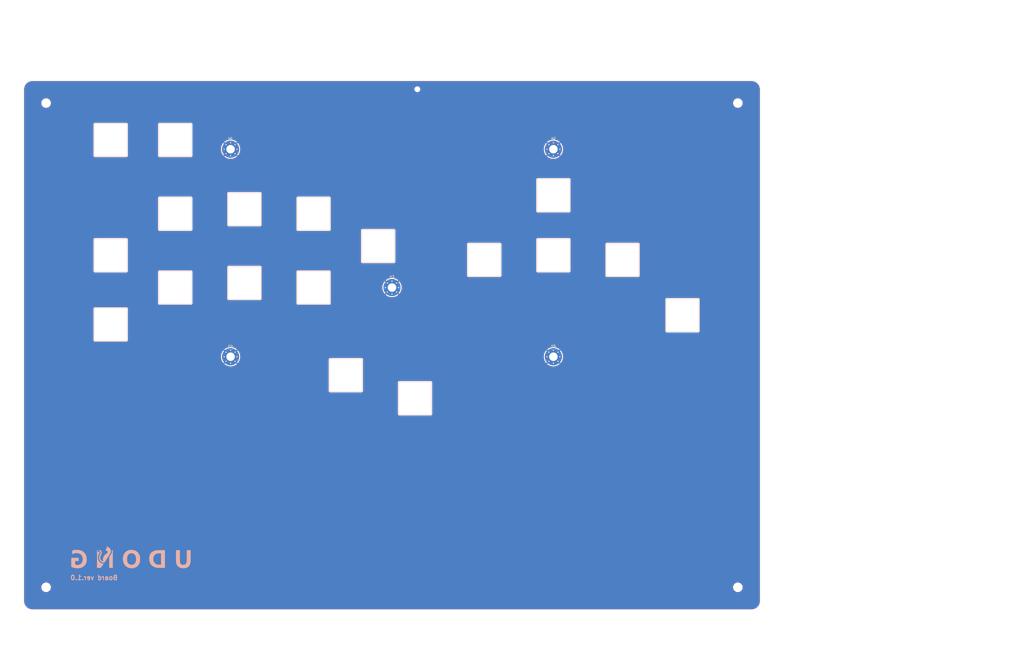
<source format=kicad_pcb>
(kicad_pcb (version 20240108) (generator "pcbnew") (generator_version "8.0")
  (layers (0 "F.Cu" signal) (31 "B.Cu" signal) (34 "B.Paste" user) (35 "F.Paste" user) (36 "B.SilkS" user "B.Silkscreen") (37 "F.SilkS" user "F.Silkscreen") (38 "B.Mask" user) (39 "F.Mask" user) (44 "Edge.Cuts" user))
  (net 0 "")
  (net 1 "GND")
  (footprint "Udong:SK20-keyswitch-rounded-hole" (layer "F.Cu") (at 146 96)
    (property "Reference" "U13" (hide yes))
    (property "Value" "DRV5056A3xQDBZxR")
    (fp_line (start -7 6.8) (end -7 -6.8) (stroke (width 0.05)) (layer "Edge.Cuts"))
    (fp_line (start -6.8 -7) (end 6.800001 -7.000001) (stroke (width 0.05)) (layer "Edge.Cuts"))
    (fp_line (start -6.8 7) (end 6.8 7) (stroke (width 0.05)) (layer "Edge.Cuts"))
    (fp_line (start 7.000001 -6.800001) (end 7 6.8) (stroke (width 0.05)) (layer "Edge.Cuts"))
    (fp_arc (start -7 -6.8) (mid -6.941421 -6.941421) (end -6.8 -7) (stroke (width 0.05)) (layer "Edge.Cuts"))
    (fp_arc (start -6.8 7) (mid -6.941421 6.941421) (end -7 6.8) (stroke (width 0.05)) (layer "Edge.Cuts"))
    (fp_arc (start 6.800001 -7.000001) (mid 6.941422 -6.941422) (end 7.000001 -6.800001) (stroke (width 0.05)) (layer "Edge.Cuts"))
    (fp_arc (start 7 6.8) (mid 6.941421 6.941421) (end 6.8 7) (stroke (width 0.05)) (layer "Edge.Cuts"))
  )
  (footprint "Udong:SK20-keyswitch-rounded-hole" (layer "F.Cu") (at 116 98)
    (property "Reference" "U15" (hide yes))
    (property "Value" "DRV5056A3xQDBZxR")
    (fp_line (start -7 6.8) (end -7 -6.8) (stroke (width 0.05)) (layer "Edge.Cuts"))
    (fp_line (start -6.8 -7) (end 6.800001 -7.000001) (stroke (width 0.05)) (layer "Edge.Cuts"))
    (fp_line (start -6.8 7) (end 6.8 7) (stroke (width 0.05)) (layer "Edge.Cuts"))
    (fp_line (start 7.000001 -6.800001) (end 7 6.8) (stroke (width 0.05)) (layer "Edge.Cuts"))
    (fp_arc (start -7 -6.8) (mid -6.941421 -6.941421) (end -6.8 -7) (stroke (width 0.05)) (layer "Edge.Cuts"))
    (fp_arc (start -6.8 7) (mid -6.941421 6.941421) (end -7 6.8) (stroke (width 0.05)) (layer "Edge.Cuts"))
    (fp_arc (start 6.800001 -7.000001) (mid 6.941422 -6.941422) (end 7.000001 -6.800001) (stroke (width 0.05)) (layer "Edge.Cuts"))
    (fp_arc (start 7 6.8) (mid 6.941421 6.941421) (end 6.8 7) (stroke (width 0.05)) (layer "Edge.Cuts"))
  )
  (footprint "Udong:SK20-keyswitch-rounded-hole" (layer "F.Cu") (at 88 116)
    (property "Reference" "U6" (hide yes))
    (property "Value" "DRV5056A3xQDBZxR")
    (fp_line (start -7 6.8) (end -7 -6.8) (stroke (width 0.05)) (layer "Edge.Cuts"))
    (fp_line (start -6.8 -7) (end 6.800001 -7.000001) (stroke (width 0.05)) (layer "Edge.Cuts"))
    (fp_line (start -6.8 7) (end 6.8 7) (stroke (width 0.05)) (layer "Edge.Cuts"))
    (fp_line (start 7.000001 -6.800001) (end 7 6.8) (stroke (width 0.05)) (layer "Edge.Cuts"))
    (fp_arc (start -7 -6.8) (mid -6.941421 -6.941421) (end -6.8 -7) (stroke (width 0.05)) (layer "Edge.Cuts"))
    (fp_arc (start -6.8 7) (mid -6.941421 6.941421) (end -7 6.8) (stroke (width 0.05)) (layer "Edge.Cuts"))
    (fp_arc (start 6.800001 -7.000001) (mid 6.941422 -6.941422) (end 7.000001 -6.800001) (stroke (width 0.05)) (layer "Edge.Cuts"))
    (fp_arc (start 7 6.8) (mid 6.941421 6.941421) (end 6.8 7) (stroke (width 0.05)) (layer "Edge.Cuts"))
  )
  (footprint "MountingHole:MountingHole_3.7mm_Pad_Via" (layer "F.Cu") (at 140 160)
    (property "Reference" "H4" (at 0 -4.7 0) (layer "F.SilkS"))
    (property "Value" "MountingHole_Pad")
    (pad "1" thru_hole circle (at -2.775 0) (size 0.8 0.8) (drill 0.5) (layers "*.Cu" "*.Mask") (net 1 "GND"))
    (pad "1" thru_hole circle (at -1.962221 -1.962221) (size 0.8 0.8) (drill 0.5) (layers "*.Cu" "*.Mask") (net 1 "GND"))
    (pad "1" thru_hole circle (at -1.962221 1.962221) (size 0.8 0.8) (drill 0.5) (layers "*.Cu" "*.Mask") (net 1 "GND"))
    (pad "1" thru_hole circle (at 0 -2.775) (size 0.8 0.8) (drill 0.5) (layers "*.Cu" "*.Mask") (net 1 "GND"))
    (pad "1" thru_hole circle (at 0 0) (size 7.4 7.4) (drill 3.7) (layers "*.Cu" "*.Mask") (net 1 "GND"))
    (pad "1" thru_hole circle (at 0 2.775) (size 0.8 0.8) (drill 0.5) (layers "*.Cu" "*.Mask") (net 1 "GND"))
    (pad "1" thru_hole circle (at 1.962221 -1.962221) (size 0.8 0.8) (drill 0.5) (layers "*.Cu" "*.Mask") (net 1 "GND"))
    (pad "1" thru_hole circle (at 1.962221 1.962221) (size 0.8 0.8) (drill 0.5) (layers "*.Cu" "*.Mask") (net 1 "GND"))
    (pad "1" thru_hole circle (at 2.775 0) (size 0.8 0.8) (drill 0.5) (layers "*.Cu" "*.Mask") (net 1 "GND"))
  )
  (footprint "MountingHole:MountingHole_3.7mm" (layer "F.Cu") (at 60 50)
    (property "Reference" "REF**")
    (property "Value" "MountingHole_3.7mm")
    (pad "" np_thru_hole circle (at 0 0) (size 3.7 3.7) (drill 3.7) (layers "F&B.Cu" "*.Mask"))
  )
  (footprint "Udong:SK20-keyswitch-rounded-hole" (layer "F.Cu") (at 176 98)
    (property "Reference" "U10" (hide yes))
    (property "Value" "DRV5056A3xQDBZxR")
    (fp_line (start -7 6.8) (end -7 -6.8) (stroke (width 0.05)) (layer "Edge.Cuts"))
    (fp_line (start -6.8 -7) (end 6.800001 -7.000001) (stroke (width 0.05)) (layer "Edge.Cuts"))
    (fp_line (start -6.8 7) (end 6.8 7) (stroke (width 0.05)) (layer "Edge.Cuts"))
    (fp_line (start 7.000001 -6.800001) (end 7 6.8) (stroke (width 0.05)) (layer "Edge.Cuts"))
    (fp_arc (start -7 -6.8) (mid -6.941421 -6.941421) (end -6.8 -7) (stroke (width 0.05)) (layer "Edge.Cuts"))
    (fp_arc (start -6.8 7) (mid -6.941421 6.941421) (end -7 6.8) (stroke (width 0.05)) (layer "Edge.Cuts"))
    (fp_arc (start 6.800001 -7.000001) (mid 6.941422 -6.941422) (end 7.000001 -6.800001) (stroke (width 0.05)) (layer "Edge.Cuts"))
    (fp_arc (start 7 6.8) (mid 6.941421 6.941421) (end 6.8 7) (stroke (width 0.05)) (layer "Edge.Cuts"))
  )
  (footprint "MountingHole:MountingHole_3.7mm" (layer "F.Cu") (at 360 260)
    (property "Reference" "REF**")
    (property "Value" "MountingHole_3.7mm")
    (pad "" np_thru_hole circle (at 0 0) (size 3.7 3.7) (drill 3.7) (layers "*.Cu" "*.Mask"))
  )
  (footprint "Udong:SK20-keyswitch-rounded-hole" (layer "F.Cu") (at 88 146)
    (property "Reference" "U19" (hide yes))
    (property "Value" "DRV5056A3xQDBZxR")
    (fp_line (start -7 6.8) (end -7 -6.8) (stroke (width 0.05)) (layer "Edge.Cuts"))
    (fp_line (start -6.8 -7) (end 6.800001 -7.000001) (stroke (width 0.05)) (layer "Edge.Cuts"))
    (fp_line (start -6.8 7) (end 6.8 7) (stroke (width 0.05)) (layer "Edge.Cuts"))
    (fp_line (start 7.000001 -6.800001) (end 7 6.8) (stroke (width 0.05)) (layer "Edge.Cuts"))
    (fp_arc (start -7 -6.8) (mid -6.941421 -6.941421) (end -6.8 -7) (stroke (width 0.05)) (layer "Edge.Cuts"))
    (fp_arc (start -6.8 7) (mid -6.941421 6.941421) (end -7 6.8) (stroke (width 0.05)) (layer "Edge.Cuts"))
    (fp_arc (start 6.800001 -7.000001) (mid 6.941422 -6.941422) (end 7.000001 -6.800001) (stroke (width 0.05)) (layer "Edge.Cuts"))
    (fp_arc (start 7 6.8) (mid 6.941421 6.941421) (end 6.8 7) (stroke (width 0.05)) (layer "Edge.Cuts"))
  )
  (footprint "Udong:SK20-keyswitch-rounded-hole" (layer "F.Cu") (at 176 130 180)
    (property "Reference" "SW4" (hide yes))
    (property "Value" "SW_Push")
    (fp_line (start 7.000001 -6.800001) (end 7 6.8) (stroke (width 0.05)) (layer "Edge.Cuts"))
    (fp_line (start -6.8 7) (end 6.8 7) (stroke (width 0.05)) (layer "Edge.Cuts"))
    (fp_line (start -6.8 -7) (end 6.800001 -7.000001) (stroke (width 0.05)) (layer "Edge.Cuts"))
    (fp_line (start -7 6.8) (end -7 -6.8) (stroke (width 0.05)) (layer "Edge.Cuts"))
    (fp_arc (start 7 6.8) (mid 6.941421 6.941421) (end 6.8 7) (stroke (width 0.05)) (layer "Edge.Cuts"))
    (fp_arc (start 6.800001 -7.000001) (mid 6.941422 -6.941422) (end 7.000001 -6.800001) (stroke (width 0.05)) (layer "Edge.Cuts"))
    (fp_arc (start -6.8 7) (mid -6.941421 6.941421) (end -7 6.8) (stroke (width 0.05)) (layer "Edge.Cuts"))
    (fp_arc (start -7 -6.8) (mid -6.941421 -6.941421) (end -6.8 -7) (stroke (width 0.05)) (layer "Edge.Cuts"))
  )
  (footprint "Udong:SK20-keyswitch-rounded-hole" (layer "F.Cu") (at 116 130)
    (property "Reference" "U12" (hide yes))
    (property "Value" "DRV5056A3xQDBZxR")
    (fp_line (start -7 6.8) (end -7 -6.8) (stroke (width 0.05)) (layer "Edge.Cuts"))
    (fp_line (start -6.8 -7) (end 6.800001 -7.000001) (stroke (width 0.05)) (layer "Edge.Cuts"))
    (fp_line (start -6.8 7) (end 6.8 7) (stroke (width 0.05)) (layer "Edge.Cuts"))
    (fp_line (start 7.000001 -6.800001) (end 7 6.8) (stroke (width 0.05)) (layer "Edge.Cuts"))
    (fp_arc (start -7 -6.8) (mid -6.941421 -6.941421) (end -6.8 -7) (stroke (width 0.05)) (layer "Edge.Cuts"))
    (fp_arc (start -6.8 7) (mid -6.941421 6.941421) (end -7 6.8) (stroke (width 0.05)) (layer "Edge.Cuts"))
    (fp_arc (start 6.800001 -7.000001) (mid 6.941422 -6.941422) (end 7.000001 -6.800001) (stroke (width 0.05)) (layer "Edge.Cuts"))
    (fp_arc (start 7 6.8) (mid 6.941421 6.941421) (end 6.8 7) (stroke (width 0.05)) (layer "Edge.Cuts"))
  )
  (footprint "Udong:SK20-keyswitch-rounded-hole" (layer "F.Cu") (at 146 128)
    (property "Reference" "U14" (hide yes))
    (property "Value" "DRV5056A3xQDBZxR")
    (fp_line (start -7 6.8) (end -7 -6.8) (stroke (width 0.05)) (layer "Edge.Cuts"))
    (fp_line (start -6.8 -7) (end 6.800001 -7.000001) (stroke (width 0.05)) (layer "Edge.Cuts"))
    (fp_line (start -6.8 7) (end 6.8 7) (stroke (width 0.05)) (layer "Edge.Cuts"))
    (fp_line (start 7.000001 -6.800001) (end 7 6.8) (stroke (width 0.05)) (layer "Edge.Cuts"))
    (fp_arc (start -7 -6.8) (mid -6.941421 -6.941421) (end -6.8 -7) (stroke (width 0.05)) (layer "Edge.Cuts"))
    (fp_arc (start -6.8 7) (mid -6.941421 6.941421) (end -7 6.8) (stroke (width 0.05)) (layer "Edge.Cuts"))
    (fp_arc (start 6.800001 -7.000001) (mid 6.941422 -6.941422) (end 7.000001 -6.800001) (stroke (width 0.05)) (layer "Edge.Cuts"))
    (fp_arc (start 7 6.8) (mid 6.941421 6.941421) (end 6.8 7) (stroke (width 0.05)) (layer "Edge.Cuts"))
  )
  (footprint "MountingHole:MountingHole_3.7mm_Pad_Via" (layer "F.Cu") (at 280 70)
    (property "Reference" "H2" (at 0 -4.7 0) (layer "F.SilkS"))
    (property "Value" "MountingHole_Pad")
    (pad "1" thru_hole circle (at -2.775 0) (size 0.8 0.8) (drill 0.5) (layers "*.Cu" "*.Mask") (net 1 "GND"))
    (pad "1" thru_hole circle (at -1.962221 -1.962221) (size 0.8 0.8) (drill 0.5) (layers "*.Cu" "*.Mask") (net 1 "GND"))
    (pad "1" thru_hole circle (at -1.962221 1.962221) (size 0.8 0.8) (drill 0.5) (layers "*.Cu" "*.Mask") (net 1 "GND"))
    (pad "1" thru_hole circle (at 0 -2.775) (size 0.8 0.8) (drill 0.5) (layers "*.Cu" "*.Mask") (net 1 "GND"))
    (pad "1" thru_hole circle (at 0 0) (size 7.4 7.4) (drill 3.7) (layers "*.Cu" "*.Mask") (net 1 "GND"))
    (pad "1" thru_hole circle (at 0 2.775) (size 0.8 0.8) (drill 0.5) (layers "*.Cu" "*.Mask") (net 1 "GND"))
    (pad "1" thru_hole circle (at 1.962221 -1.962221) (size 0.8 0.8) (drill 0.5) (layers "*.Cu" "*.Mask") (net 1 "GND"))
    (pad "1" thru_hole circle (at 1.962221 1.962221) (size 0.8 0.8) (drill 0.5) (layers "*.Cu" "*.Mask") (net 1 "GND"))
    (pad "1" thru_hole circle (at 2.775 0) (size 0.8 0.8) (drill 0.5) (layers "*.Cu" "*.Mask") (net 1 "GND"))
  )
  (footprint "Udong:udong_logo" (layer "F.Cu") (at 97 247.5)
    (property "Reference" "G***")
    (property "Value" "LOGO" (hide yes))
  )
  (footprint "Udong:SK20-keyswitch-rounded-hole" (layer "F.Cu") (at 336 142)
    (property "Reference" "U17" (hide yes))
    (property "Value" "DRV5056A3xQDBZxR")
    (fp_line (start -7 6.8) (end -7 -6.8) (stroke (width 0.05)) (layer "Edge.Cuts"))
    (fp_line (start -6.8 -7) (end 6.800001 -7.000001) (stroke (width 0.05)) (layer "Edge.Cuts"))
    (fp_line (start -6.8 7) (end 6.8 7) (stroke (width 0.05)) (layer "Edge.Cuts"))
    (fp_line (start 7.000001 -6.800001) (end 7 6.8) (stroke (width 0.05)) (layer "Edge.Cuts"))
    (fp_arc (start -7 -6.8) (mid -6.941421 -6.941421) (end -6.8 -7) (stroke (width 0.05)) (layer "Edge.Cuts"))
    (fp_arc (start -6.8 7) (mid -6.941421 6.941421) (end -7 6.8) (stroke (width 0.05)) (layer "Edge.Cuts"))
    (fp_arc (start 6.800001 -7.000001) (mid 6.941422 -6.941422) (end 7.000001 -6.800001) (stroke (width 0.05)) (layer "Edge.Cuts"))
    (fp_arc (start 7 6.8) (mid 6.941421 6.941421) (end 6.8 7) (stroke (width 0.05)) (layer "Edge.Cuts"))
  )
  (footprint "Udong:SK20-keyswitch-rounded-hole" (layer "F.Cu") (at 190 168)
    (property "Reference" "U16" (hide yes))
    (property "Value" "DRV5056A3xQDBZxR")
    (fp_line (start -7 6.8) (end -7 -6.8) (stroke (width 0.05)) (layer "Edge.Cuts"))
    (fp_line (start -6.8 -7) (end 6.800001 -7.000001) (stroke (width 0.05)) (layer "Edge.Cuts"))
    (fp_line (start -6.8 7) (end 6.8 7) (stroke (width 0.05)) (layer "Edge.Cuts"))
    (fp_line (start 7.000001 -6.800001) (end 7 6.8) (stroke (width 0.05)) (layer "Edge.Cuts"))
    (fp_arc (start -7 -6.8) (mid -6.941421 -6.941421) (end -6.8 -7) (stroke (width 0.05)) (layer "Edge.Cuts"))
    (fp_arc (start -6.8 7) (mid -6.941421 6.941421) (end -7 6.8) (stroke (width 0.05)) (layer "Edge.Cuts"))
    (fp_arc (start 6.800001 -7.000001) (mid 6.941422 -6.941422) (end 7.000001 -6.800001) (stroke (width 0.05)) (layer "Edge.Cuts"))
    (fp_arc (start 7 6.8) (mid 6.941421 6.941421) (end 6.8 7) (stroke (width 0.05)) (layer "Edge.Cuts"))
  )
  (footprint "Udong:SK20-keyswitch-rounded-hole" (layer "F.Cu") (at 204 112)
    (property "Reference" "U8" (hide yes))
    (property "Value" "DRV5056A3xQDBZxR")
    (fp_line (start -7 6.8) (end -7 -6.8) (stroke (width 0.05)) (layer "Edge.Cuts"))
    (fp_line (start -6.8 -7) (end 6.800001 -7.000001) (stroke (width 0.05)) (layer "Edge.Cuts"))
    (fp_line (start -6.8 7) (end 6.8 7) (stroke (width 0.05)) (layer "Edge.Cuts"))
    (fp_line (start 7.000001 -6.800001) (end 7 6.8) (stroke (width 0.05)) (layer "Edge.Cuts"))
    (fp_arc (start -7 -6.8) (mid -6.941421 -6.941421) (end -6.8 -7) (stroke (width 0.05)) (layer "Edge.Cuts"))
    (fp_arc (start -6.8 7) (mid -6.941421 6.941421) (end -7 6.8) (stroke (width 0.05)) (layer "Edge.Cuts"))
    (fp_arc (start 6.800001 -7.000001) (mid 6.941422 -6.941422) (end 7.000001 -6.800001) (stroke (width 0.05)) (layer "Edge.Cuts"))
    (fp_arc (start 7 6.8) (mid 6.941421 6.941421) (end 6.8 7) (stroke (width 0.05)) (layer "Edge.Cuts"))
  )
  (footprint "Udong:SK20-keyswitch-rounded-hole" (layer "F.Cu") (at 280 90)
    (property "Reference" "U9" (hide yes))
    (property "Value" "DRV5056A3xQDBZxR")
    (fp_line (start -7 6.8) (end -7 -6.8) (stroke (width 0.05)) (layer "Edge.Cuts"))
    (fp_line (start -6.8 -7) (end 6.800001 -7.000001) (stroke (width 0.05)) (layer "Edge.Cuts"))
    (fp_line (start -6.8 7) (end 6.8 7) (stroke (width 0.05)) (layer "Edge.Cuts"))
    (fp_line (start 7.000001 -6.800001) (end 7 6.8) (stroke (width 0.05)) (layer "Edge.Cuts"))
    (fp_arc (start -7 -6.8) (mid -6.941421 -6.941421) (end -6.8 -7) (stroke (width 0.05)) (layer "Edge.Cuts"))
    (fp_arc (start -6.8 7) (mid -6.941421 6.941421) (end -7 6.8) (stroke (width 0.05)) (layer "Edge.Cuts"))
    (fp_arc (start 6.800001 -7.000001) (mid 6.941422 -6.941422) (end 7.000001 -6.800001) (stroke (width 0.05)) (layer "Edge.Cuts"))
    (fp_arc (start 7 6.8) (mid 6.941421 6.941421) (end 6.8 7) (stroke (width 0.05)) (layer "Edge.Cuts"))
  )
  (footprint "Udong:SK20-keyswitch-rounded-hole" (layer "F.Cu") (at 220 178)
    (property "Reference" "U21" (hide yes))
    (property "Value" "DRV5056A3xQDBZxR")
    (fp_line (start -7 6.8) (end -7 -6.8) (stroke (width 0.05)) (layer "Edge.Cuts"))
    (fp_line (start -6.8 -7) (end 6.800001 -7.000001) (stroke (width 0.05)) (layer "Edge.Cuts"))
    (fp_line (start -6.8 7) (end 6.8 7) (stroke (width 0.05)) (layer "Edge.Cuts"))
    (fp_line (start 7.000001 -6.800001) (end 7 6.8) (stroke (width 0.05)) (layer "Edge.Cuts"))
    (fp_arc (start -7 -6.8) (mid -6.941421 -6.941421) (end -6.8 -7) (stroke (width 0.05)) (layer "Edge.Cuts"))
    (fp_arc (start -6.8 7) (mid -6.941421 6.941421) (end -7 6.8) (stroke (width 0.05)) (layer "Edge.Cuts"))
    (fp_arc (start 6.800001 -7.000001) (mid 6.941422 -6.941422) (end 7.000001 -6.800001) (stroke (width 0.05)) (layer "Edge.Cuts"))
    (fp_arc (start 7 6.8) (mid 6.941421 6.941421) (end 6.8 7) (stroke (width 0.05)) (layer "Edge.Cuts"))
  )
  (footprint "Udong:SK20-keyswitch-rounded-hole" (layer "F.Cu") (at 310 118 180)
    (property "Reference" "SW3" (hide yes))
    (property "Value" "SW_Push")
    (fp_line (start 7.000001 -6.800001) (end 7 6.8) (stroke (width 0.05)) (layer "Edge.Cuts"))
    (fp_line (start -6.8 7) (end 6.8 7) (stroke (width 0.05)) (layer "Edge.Cuts"))
    (fp_line (start -6.8 -7) (end 6.800001 -7.000001) (stroke (width 0.05)) (layer "Edge.Cuts"))
    (fp_line (start -7 6.8) (end -7 -6.8) (stroke (width 0.05)) (layer "Edge.Cuts"))
    (fp_arc (start 7 6.8) (mid 6.941421 6.941421) (end 6.8 7) (stroke (width 0.05)) (layer "Edge.Cuts"))
    (fp_arc (start 6.800001 -7.000001) (mid 6.941422 -6.941422) (end 7.000001 -6.800001) (stroke (width 0.05)) (layer "Edge.Cuts"))
    (fp_arc (start -6.8 7) (mid -6.941421 6.941421) (end -7 6.8) (stroke (width 0.05)) (layer "Edge.Cuts"))
    (fp_arc (start -7 -6.8) (mid -6.941421 -6.941421) (end -6.8 -7) (stroke (width 0.05)) (layer "Edge.Cuts"))
  )
  (footprint "" (layer "F.Cu") (at 221 44)
    (property "Reference" "" (at 0 0 0) (layer "F.SilkS") (effects (font (size 1.27 1.27))))
    (property "Value" "")
    (pad "" np_thru_hole circle (at 0 0) (size 2.1 2.1) (drill 2.1) (layers "F&B.Cu" "*.Mask"))
  )
  (footprint "Udong:SK20-keyswitch-rounded-hole" (layer "F.Cu") (at 250 118)
    (property "Reference" "U11" (hide yes))
    (property "Value" "DRV5056A3xQDBZxR")
    (fp_line (start -7 6.8) (end -7 -6.8) (stroke (width 0.05)) (layer "Edge.Cuts"))
    (fp_line (start -6.8 -7) (end 6.800001 -7.000001) (stroke (width 0.05)) (layer "Edge.Cuts"))
    (fp_line (start -6.8 7) (end 6.8 7) (stroke (width 0.05)) (layer "Edge.Cuts"))
    (fp_line (start 7.000001 -6.800001) (end 7 6.8) (stroke (width 0.05)) (layer "Edge.Cuts"))
    (fp_arc (start -7 -6.8) (mid -6.941421 -6.941421) (end -6.8 -7) (stroke (width 0.05)) (layer "Edge.Cuts"))
    (fp_arc (start -6.8 7) (mid -6.941421 6.941421) (end -7 6.8) (stroke (width 0.05)) (layer "Edge.Cuts"))
    (fp_arc (start 6.800001 -7.000001) (mid 6.941422 -6.941422) (end 7.000001 -6.800001) (stroke (width 0.05)) (layer "Edge.Cuts"))
    (fp_arc (start 7 6.8) (mid 6.941421 6.941421) (end 6.8 7) (stroke (width 0.05)) (layer "Edge.Cuts"))
  )
  (footprint "Udong:SK20-keyswitch-rounded-hole" (layer "F.Cu") (at 280 116)
    (property "Reference" "U20" (hide yes))
    (property "Value" "DRV5056A3xQDBZxR")
    (fp_line (start -7 6.8) (end -7 -6.8) (stroke (width 0.05)) (layer "Edge.Cuts"))
    (fp_line (start -6.8 -7) (end 6.800001 -7.000001) (stroke (width 0.05)) (layer "Edge.Cuts"))
    (fp_line (start -6.8 7) (end 6.8 7) (stroke (width 0.05)) (layer "Edge.Cuts"))
    (fp_line (start 7.000001 -6.800001) (end 7 6.8) (stroke (width 0.05)) (layer "Edge.Cuts"))
    (fp_arc (start -7 -6.8) (mid -6.941421 -6.941421) (end -6.8 -7) (stroke (width 0.05)) (layer "Edge.Cuts"))
    (fp_arc (start -6.8 7) (mid -6.941421 6.941421) (end -7 6.8) (stroke (width 0.05)) (layer "Edge.Cuts"))
    (fp_arc (start 6.800001 -7.000001) (mid 6.941422 -6.941422) (end 7.000001 -6.800001) (stroke (width 0.05)) (layer "Edge.Cuts"))
    (fp_arc (start 7 6.8) (mid 6.941421 6.941421) (end 6.8 7) (stroke (width 0.05)) (layer "Edge.Cuts"))
  )
  (footprint "Udong:SK20-keyswitch-rounded-hole" (layer "F.Cu") (at 88 66)
    (property "Reference" "U7" (hide yes))
    (property "Value" "DRV5056A3xQDBZxR")
    (fp_line (start -7 6.8) (end -7 -6.8) (stroke (width 0.05)) (layer "Edge.Cuts"))
    (fp_line (start -6.8 -7) (end 6.800001 -7.000001) (stroke (width 0.05)) (layer "Edge.Cuts"))
    (fp_line (start -6.8 7) (end 6.8 7) (stroke (width 0.05)) (layer "Edge.Cuts"))
    (fp_line (start 7.000001 -6.800001) (end 7 6.8) (stroke (width 0.05)) (layer "Edge.Cuts"))
    (fp_arc (start -7 -6.8) (mid -6.941421 -6.941421) (end -6.8 -7) (stroke (width 0.05)) (layer "Edge.Cuts"))
    (fp_arc (start -6.8 7) (mid -6.941421 6.941421) (end -7 6.8) (stroke (width 0.05)) (layer "Edge.Cuts"))
    (fp_arc (start 6.800001 -7.000001) (mid 6.941422 -6.941422) (end 7.000001 -6.800001) (stroke (width 0.05)) (layer "Edge.Cuts"))
    (fp_arc (start 7 6.8) (mid 6.941421 6.941421) (end 6.8 7) (stroke (width 0.05)) (layer "Edge.Cuts"))
  )
  (footprint "MountingHole:MountingHole_3.7mm_Pad_Via" (layer "F.Cu") (at 140 70)
    (property "Reference" "H1" (at 0 -4.7 0) (layer "F.SilkS"))
    (property "Value" "MountingHole_Pad")
    (pad "1" thru_hole circle (at -2.775 0) (size 0.8 0.8) (drill 0.5) (layers "*.Cu" "*.Mask") (net 1 "GND"))
    (pad "1" thru_hole circle (at -1.962221 -1.962221) (size 0.8 0.8) (drill 0.5) (layers "*.Cu" "*.Mask") (net 1 "GND"))
    (pad "1" thru_hole circle (at -1.962221 1.962221) (size 0.8 0.8) (drill 0.5) (layers "*.Cu" "*.Mask") (net 1 "GND"))
    (pad "1" thru_hole circle (at 0 -2.775) (size 0.8 0.8) (drill 0.5) (layers "*.Cu" "*.Mask") (net 1 "GND"))
    (pad "1" thru_hole circle (at 0 0) (size 7.4 7.4) (drill 3.7) (layers "*.Cu" "*.Mask") (net 1 "GND"))
    (pad "1" thru_hole circle (at 0 2.775) (size 0.8 0.8) (drill 0.5) (layers "*.Cu" "*.Mask") (net 1 "GND"))
    (pad "1" thru_hole circle (at 1.962221 -1.962221) (size 0.8 0.8) (drill 0.5) (layers "*.Cu" "*.Mask") (net 1 "GND"))
    (pad "1" thru_hole circle (at 1.962221 1.962221) (size 0.8 0.8) (drill 0.5) (layers "*.Cu" "*.Mask") (net 1 "GND"))
    (pad "1" thru_hole circle (at 2.775 0) (size 0.8 0.8) (drill 0.5) (layers "*.Cu" "*.Mask") (net 1 "GND"))
  )
  (footprint "MountingHole:MountingHole_3.7mm_Pad_Via" (layer "F.Cu") (at 280 160)
    (property "Reference" "H5" (at 0 -4.7 0) (layer "F.SilkS"))
    (property "Value" "MountingHole_Pad")
    (pad "1" thru_hole circle (at -2.775 0) (size 0.8 0.8) (drill 0.5) (layers "*.Cu" "*.Mask") (net 1 "GND"))
    (pad "1" thru_hole circle (at -1.962221 -1.962221) (size 0.8 0.8) (drill 0.5) (layers "*.Cu" "*.Mask") (net 1 "GND"))
    (pad "1" thru_hole circle (at -1.962221 1.962221) (size 0.8 0.8) (drill 0.5) (layers "*.Cu" "*.Mask") (net 1 "GND"))
    (pad "1" thru_hole circle (at 0 -2.775) (size 0.8 0.8) (drill 0.5) (layers "*.Cu" "*.Mask") (net 1 "GND"))
    (pad "1" thru_hole circle (at 0 0) (size 7.4 7.4) (drill 3.7) (layers "*.Cu" "*.Mask") (net 1 "GND"))
    (pad "1" thru_hole circle (at 0 2.775) (size 0.8 0.8) (drill 0.5) (layers "*.Cu" "*.Mask") (net 1 "GND"))
    (pad "1" thru_hole circle (at 1.962221 -1.962221) (size 0.8 0.8) (drill 0.5) (layers "*.Cu" "*.Mask") (net 1 "GND"))
    (pad "1" thru_hole circle (at 1.962221 1.962221) (size 0.8 0.8) (drill 0.5) (layers "*.Cu" "*.Mask") (net 1 "GND"))
    (pad "1" thru_hole circle (at 2.775 0) (size 0.8 0.8) (drill 0.5) (layers "*.Cu" "*.Mask") (net 1 "GND"))
  )
  (footprint "MountingHole:MountingHole_3.7mm_Pad_Via" (layer "F.Cu") (at 210 130)
    (property "Reference" "H3" (at 0 -4.7 0) (layer "F.SilkS"))
    (property "Value" "MountingHole_Pad")
    (pad "1" thru_hole circle (at -2.775 0) (size 0.8 0.8) (drill 0.5) (layers "*.Cu" "*.Mask") (net 1 "GND"))
    (pad "1" thru_hole circle (at -1.962221 -1.962221) (size 0.8 0.8) (drill 0.5) (layers "*.Cu" "*.Mask") (net 1 "GND"))
    (pad "1" thru_hole circle (at -1.962221 1.962221) (size 0.8 0.8) (drill 0.5) (layers "*.Cu" "*.Mask") (net 1 "GND"))
    (pad "1" thru_hole circle (at 0 -2.775) (size 0.8 0.8) (drill 0.5) (layers "*.Cu" "*.Mask") (net 1 "GND"))
    (pad "1" thru_hole circle (at 0 0) (size 7.4 7.4) (drill 3.7) (layers "*.Cu" "*.Mask") (net 1 "GND"))
    (pad "1" thru_hole circle (at 0 2.775) (size 0.8 0.8) (drill 0.5) (layers "*.Cu" "*.Mask") (net 1 "GND"))
    (pad "1" thru_hole circle (at 1.962221 -1.962221) (size 0.8 0.8) (drill 0.5) (layers "*.Cu" "*.Mask") (net 1 "GND"))
    (pad "1" thru_hole circle (at 1.962221 1.962221) (size 0.8 0.8) (drill 0.5) (layers "*.Cu" "*.Mask") (net 1 "GND"))
    (pad "1" thru_hole circle (at 2.775 0) (size 0.8 0.8) (drill 0.5) (layers "*.Cu" "*.Mask") (net 1 "GND"))
  )
  (footprint "MountingHole:MountingHole_3.7mm" (layer "F.Cu") (at 60 260)
    (property "Reference" "REF**")
    (property "Value" "MountingHole_3.7mm")
    (pad "" np_thru_hole circle (at 0 0) (size 3.7 3.7) (drill 3.7) (layers "*.Cu" "*.Mask"))
  )
  (footprint "Udong:SK20-keyswitch-rounded-hole" (layer "F.Cu") (at 116 66)
    (property "Reference" "U18" (hide yes))
    (property "Value" "DRV5056A3xQDBZxR")
    (fp_line (start -7 6.8) (end -7 -6.8) (stroke (width 0.05)) (layer "Edge.Cuts"))
    (fp_line (start -6.8 -7) (end 6.800001 -7.000001) (stroke (width 0.05)) (layer "Edge.Cuts"))
    (fp_line (start -6.8 7) (end 6.8 7) (stroke (width 0.05)) (layer "Edge.Cuts"))
    (fp_line (start 7.000001 -6.800001) (end 7 6.8) (stroke (width 0.05)) (layer "Edge.Cuts"))
    (fp_arc (start -7 -6.8) (mid -6.941421 -6.941421) (end -6.8 -7) (stroke (width 0.05)) (layer "Edge.Cuts"))
    (fp_arc (start -6.8 7) (mid -6.941421 6.941421) (end -7 6.8) (stroke (width 0.05)) (layer "Edge.Cuts"))
    (fp_arc (start 6.800001 -7.000001) (mid 6.941422 -6.941422) (end 7.000001 -6.800001) (stroke (width 0.05)) (layer "Edge.Cuts"))
    (fp_arc (start 7 6.8) (mid 6.941421 6.941421) (end 6.8 7) (stroke (width 0.05)) (layer "Edge.Cuts"))
  )
  (footprint "MountingHole:MountingHole_3.7mm" (layer "F.Cu") (at 360 50)
    (property "Reference" "REF**")
    (property "Value" "MountingHole_3.7mm")
    (pad "" np_thru_hole circle (at 0 0) (size 3.7 3.7) (drill 3.7) (layers "*.Cu" "*.Mask"))
  )
  (gr_arc (start 54 270) (mid 51.171573 268.828427) (end 50 266) (stroke (width 0.05)) (layer "Edge.Cuts"))
  (gr_arc (start 370 266) (mid 368.828427 268.828427) (end 366 270) (stroke (width 0.05)) (layer "Edge.Cuts"))
  (gr_line (start 366 270) (end 54 270) (stroke (width 0.05)) (layer "Edge.Cuts"))
  (gr_line (start 50 266) (end 50 44) (stroke (width 0.05)) (layer "Edge.Cuts"))
  (gr_arc (start 366 40) (mid 368.828427 41.171573) (end 370 44) (stroke (width 0.05)) (layer "Edge.Cuts"))
  (gr_line (start 54 40) (end 366 40) (stroke (width 0.05)) (layer "Edge.Cuts"))
  (gr_line (start 370 44) (end 370 266) (stroke (width 0.05)) (layer "Edge.Cuts"))
  (gr_arc (start 50 44) (mid 51.171573 41.171573) (end 54 40) (stroke (width 0.05)) (layer "Edge.Cuts"))
  (gr_text "Board ver.1.0" (at 91.25 257 0) (layer "B.SilkS") (effects (font (size 2 2) (thickness 0.4) (bold yes)) (justify left bottom mirror)))
  (zone (net 1) (net_name "GND") (layers "F&B.Cu") (connect_pads (clearance 0.5)) (min_thickness 0.25) (fill yes (thermal_gap 0.5) (thermal_bridge_width 0.5))
    (polygon (pts (xy 40 40) (xy 380 40) (xy 380 285) (xy 40 285)))
  )
)
</source>
